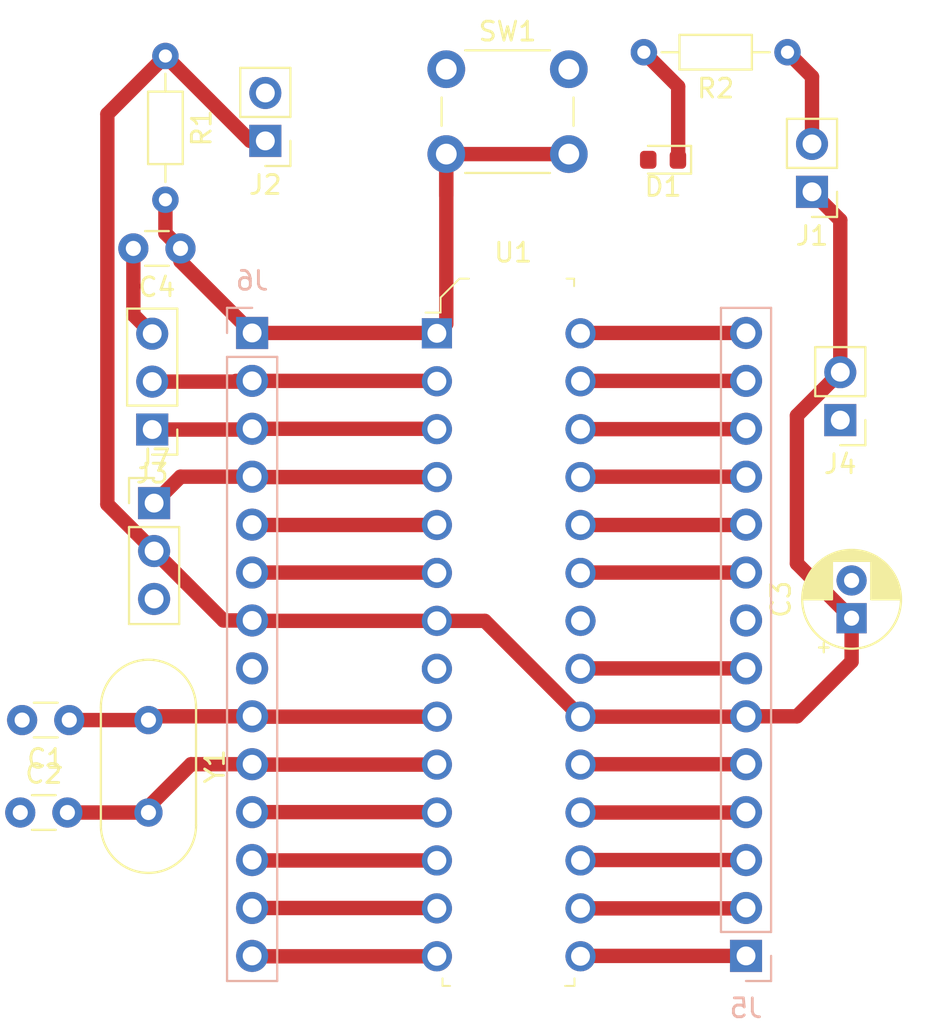
<source format=kicad_pcb>
(kicad_pcb (version 20171130) (host pcbnew "(5.1.6-0-10_14)")

  (general
    (thickness 1.6)
    (drawings 0)
    (tracks 99)
    (zones 0)
    (modules 17)
    (nets 30)
  )

  (page A4)
  (layers
    (0 F.Cu signal)
    (31 B.Cu signal)
    (32 B.Adhes user)
    (33 F.Adhes user)
    (34 B.Paste user)
    (35 F.Paste user)
    (36 B.SilkS user)
    (37 F.SilkS user)
    (38 B.Mask user)
    (39 F.Mask user)
    (40 Dwgs.User user)
    (41 Cmts.User user)
    (42 Eco1.User user)
    (43 Eco2.User user)
    (44 Edge.Cuts user)
    (45 Margin user)
    (46 B.CrtYd user)
    (47 F.CrtYd user)
    (48 B.Fab user)
    (49 F.Fab user)
  )

  (setup
    (last_trace_width 0.762)
    (user_trace_width 0.381)
    (user_trace_width 0.762)
    (trace_clearance 0.2)
    (zone_clearance 0.508)
    (zone_45_only no)
    (trace_min 0.2)
    (via_size 0.8)
    (via_drill 0.4)
    (via_min_size 0.4)
    (via_min_drill 0.3)
    (uvia_size 0.3)
    (uvia_drill 0.1)
    (uvias_allowed no)
    (uvia_min_size 0.2)
    (uvia_min_drill 0.1)
    (edge_width 0.05)
    (segment_width 0.2)
    (pcb_text_width 0.3)
    (pcb_text_size 1.5 1.5)
    (mod_edge_width 0.12)
    (mod_text_size 1 1)
    (mod_text_width 0.15)
    (pad_size 1.524 1.524)
    (pad_drill 0.762)
    (pad_to_mask_clearance 0.05)
    (aux_axis_origin 0 0)
    (visible_elements FFFFFF7F)
    (pcbplotparams
      (layerselection 0x010fc_ffffffff)
      (usegerberextensions false)
      (usegerberattributes true)
      (usegerberadvancedattributes true)
      (creategerberjobfile true)
      (excludeedgelayer true)
      (linewidth 0.100000)
      (plotframeref false)
      (viasonmask false)
      (mode 1)
      (useauxorigin false)
      (hpglpennumber 1)
      (hpglpenspeed 20)
      (hpglpendiameter 15.000000)
      (psnegative false)
      (psa4output false)
      (plotreference true)
      (plotvalue true)
      (plotinvisibletext false)
      (padsonsilk false)
      (subtractmaskfromsilk false)
      (outputformat 1)
      (mirror false)
      (drillshape 1)
      (scaleselection 1)
      (outputdirectory ""))
  )

  (net 0 "")
  (net 1 GND)
  (net 2 "Net-(C1-Pad1)")
  (net 3 "Net-(C2-Pad2)")
  (net 4 VCC)
  (net 5 "Net-(C4-Pad2)")
  (net 6 "Net-(C4-Pad1)")
  (net 7 "Net-(D1-Pad1)")
  (net 8 "Net-(J1-Pad2)")
  (net 9 "Net-(J3-Pad2)")
  (net 10 "Net-(J3-Pad1)")
  (net 11 "Net-(J5-Pad14)")
  (net 12 "Net-(J5-Pad13)")
  (net 13 "Net-(J5-Pad12)")
  (net 14 "Net-(J5-Pad11)")
  (net 15 "Net-(J5-Pad10)")
  (net 16 "Net-(J5-Pad9)")
  (net 17 "Net-(J5-Pad7)")
  (net 18 "Net-(J5-Pad5)")
  (net 19 "Net-(J5-Pad4)")
  (net 20 "Net-(J5-Pad3)")
  (net 21 "Net-(J5-Pad2)")
  (net 22 "Net-(J5-Pad1)")
  (net 23 "Net-(J6-Pad14)")
  (net 24 "Net-(J6-Pad13)")
  (net 25 "Net-(J6-Pad12)")
  (net 26 "Net-(J6-Pad11)")
  (net 27 "Net-(J6-Pad6)")
  (net 28 "Net-(J6-Pad5)")
  (net 29 "Net-(J6-Pad4)")

  (net_class Default "This is the default net class."
    (clearance 0.2)
    (trace_width 0.25)
    (via_dia 0.8)
    (via_drill 0.4)
    (uvia_dia 0.3)
    (uvia_drill 0.1)
    (add_net GND)
    (add_net "Net-(C1-Pad1)")
    (add_net "Net-(C2-Pad2)")
    (add_net "Net-(C4-Pad1)")
    (add_net "Net-(C4-Pad2)")
    (add_net "Net-(D1-Pad1)")
    (add_net "Net-(J1-Pad2)")
    (add_net "Net-(J3-Pad1)")
    (add_net "Net-(J3-Pad2)")
    (add_net "Net-(J5-Pad1)")
    (add_net "Net-(J5-Pad10)")
    (add_net "Net-(J5-Pad11)")
    (add_net "Net-(J5-Pad12)")
    (add_net "Net-(J5-Pad13)")
    (add_net "Net-(J5-Pad14)")
    (add_net "Net-(J5-Pad2)")
    (add_net "Net-(J5-Pad3)")
    (add_net "Net-(J5-Pad4)")
    (add_net "Net-(J5-Pad5)")
    (add_net "Net-(J5-Pad7)")
    (add_net "Net-(J5-Pad9)")
    (add_net "Net-(J6-Pad11)")
    (add_net "Net-(J6-Pad12)")
    (add_net "Net-(J6-Pad13)")
    (add_net "Net-(J6-Pad14)")
    (add_net "Net-(J6-Pad4)")
    (add_net "Net-(J6-Pad5)")
    (add_net "Net-(J6-Pad6)")
    (add_net VCC)
  )

  (module LED_SMD:LED_0603_1608Metric (layer F.Cu) (tedit 5B301BBE) (tstamp 5F5FE551)
    (at 12 -9.2 180)
    (descr "LED SMD 0603 (1608 Metric), square (rectangular) end terminal, IPC_7351 nominal, (Body size source: http://www.tortai-tech.com/upload/download/2011102023233369053.pdf), generated with kicad-footprint-generator")
    (tags diode)
    (path /5F575CC1)
    (attr smd)
    (fp_text reference D1 (at 0 -1.43) (layer F.SilkS)
      (effects (font (size 1 1) (thickness 0.15)))
    )
    (fp_text value LED (at 0 1.43) (layer F.Fab)
      (effects (font (size 1 1) (thickness 0.15)))
    )
    (fp_text user %R (at 0 0) (layer F.Fab)
      (effects (font (size 0.4 0.4) (thickness 0.06)))
    )
    (fp_line (start 0.8 -0.4) (end -0.5 -0.4) (layer F.Fab) (width 0.1))
    (fp_line (start -0.5 -0.4) (end -0.8 -0.1) (layer F.Fab) (width 0.1))
    (fp_line (start -0.8 -0.1) (end -0.8 0.4) (layer F.Fab) (width 0.1))
    (fp_line (start -0.8 0.4) (end 0.8 0.4) (layer F.Fab) (width 0.1))
    (fp_line (start 0.8 0.4) (end 0.8 -0.4) (layer F.Fab) (width 0.1))
    (fp_line (start 0.8 -0.735) (end -1.485 -0.735) (layer F.SilkS) (width 0.12))
    (fp_line (start -1.485 -0.735) (end -1.485 0.735) (layer F.SilkS) (width 0.12))
    (fp_line (start -1.485 0.735) (end 0.8 0.735) (layer F.SilkS) (width 0.12))
    (fp_line (start -1.48 0.73) (end -1.48 -0.73) (layer F.CrtYd) (width 0.05))
    (fp_line (start -1.48 -0.73) (end 1.48 -0.73) (layer F.CrtYd) (width 0.05))
    (fp_line (start 1.48 -0.73) (end 1.48 0.73) (layer F.CrtYd) (width 0.05))
    (fp_line (start 1.48 0.73) (end -1.48 0.73) (layer F.CrtYd) (width 0.05))
    (pad 2 smd roundrect (at 0.7875 0 180) (size 0.875 0.95) (layers F.Cu F.Paste F.Mask) (roundrect_rratio 0.25)
      (net 1 GND))
    (pad 1 smd roundrect (at -0.7875 0 180) (size 0.875 0.95) (layers F.Cu F.Paste F.Mask) (roundrect_rratio 0.25)
      (net 7 "Net-(D1-Pad1)"))
    (model ${KISYS3DMOD}/LED_SMD.3dshapes/LED_0603_1608Metric.wrl
      (at (xyz 0 0 0))
      (scale (xyz 1 1 1))
      (rotate (xyz 0 0 0))
    )
  )

  (module Connector_PinHeader_2.54mm:PinHeader_1x03_P2.54mm_Vertical (layer F.Cu) (tedit 59FED5CC) (tstamp 5F61100F)
    (at -15 9)
    (descr "Through hole straight pin header, 1x03, 2.54mm pitch, single row")
    (tags "Through hole pin header THT 1x03 2.54mm single row")
    (path /5F766E81)
    (fp_text reference J7 (at 0 -2.33) (layer F.SilkS)
      (effects (font (size 1 1) (thickness 0.15)))
    )
    (fp_text value 640456-3 (at 0 7.41) (layer F.Fab)
      (effects (font (size 1 1) (thickness 0.15)))
    )
    (fp_line (start -0.635 -1.27) (end 1.27 -1.27) (layer F.Fab) (width 0.1))
    (fp_line (start 1.27 -1.27) (end 1.27 6.35) (layer F.Fab) (width 0.1))
    (fp_line (start 1.27 6.35) (end -1.27 6.35) (layer F.Fab) (width 0.1))
    (fp_line (start -1.27 6.35) (end -1.27 -0.635) (layer F.Fab) (width 0.1))
    (fp_line (start -1.27 -0.635) (end -0.635 -1.27) (layer F.Fab) (width 0.1))
    (fp_line (start -1.33 6.41) (end 1.33 6.41) (layer F.SilkS) (width 0.12))
    (fp_line (start -1.33 1.27) (end -1.33 6.41) (layer F.SilkS) (width 0.12))
    (fp_line (start 1.33 1.27) (end 1.33 6.41) (layer F.SilkS) (width 0.12))
    (fp_line (start -1.33 1.27) (end 1.33 1.27) (layer F.SilkS) (width 0.12))
    (fp_line (start -1.33 0) (end -1.33 -1.33) (layer F.SilkS) (width 0.12))
    (fp_line (start -1.33 -1.33) (end 0 -1.33) (layer F.SilkS) (width 0.12))
    (fp_line (start -1.8 -1.8) (end -1.8 6.85) (layer F.CrtYd) (width 0.05))
    (fp_line (start -1.8 6.85) (end 1.8 6.85) (layer F.CrtYd) (width 0.05))
    (fp_line (start 1.8 6.85) (end 1.8 -1.8) (layer F.CrtYd) (width 0.05))
    (fp_line (start 1.8 -1.8) (end -1.8 -1.8) (layer F.CrtYd) (width 0.05))
    (fp_text user %R (at 0 2.54 90) (layer F.Fab)
      (effects (font (size 1 1) (thickness 0.15)))
    )
    (pad 3 thru_hole oval (at 0 5.08) (size 1.7 1.7) (drill 1) (layers *.Cu *.Mask)
      (net 1 GND))
    (pad 2 thru_hole oval (at 0 2.54) (size 1.7 1.7) (drill 1) (layers *.Cu *.Mask)
      (net 4 VCC))
    (pad 1 thru_hole rect (at 0 0) (size 1.7 1.7) (drill 1) (layers *.Cu *.Mask)
      (net 29 "Net-(J6-Pad4)"))
    (model ${KISYS3DMOD}/Connector_PinHeader_2.54mm.3dshapes/PinHeader_1x03_P2.54mm_Vertical.wrl
      (at (xyz 0 0 0))
      (scale (xyz 1 1 1))
      (rotate (xyz 0 0 0))
    )
  )

  (module Crystal:Crystal_HC18-U_Vertical (layer F.Cu) (tedit 5A1AD3B7) (tstamp 5F5FE6E9)
    (at -15.3 20.5 270)
    (descr "Crystal THT HC-18/U, http://5hertz.com/pdfs/04404_D.pdf")
    (tags "THT crystalHC-18/U")
    (path /5F54D9F2)
    (fp_text reference Y1 (at 2.45 -3.525 90) (layer F.SilkS)
      (effects (font (size 1 1) (thickness 0.15)))
    )
    (fp_text value Crystal (at 2.45 3.525 90) (layer F.Fab)
      (effects (font (size 1 1) (thickness 0.15)))
    )
    (fp_line (start -0.675 -2.325) (end 5.575 -2.325) (layer F.Fab) (width 0.1))
    (fp_line (start -0.675 2.325) (end 5.575 2.325) (layer F.Fab) (width 0.1))
    (fp_line (start -0.55 -2) (end 5.45 -2) (layer F.Fab) (width 0.1))
    (fp_line (start -0.55 2) (end 5.45 2) (layer F.Fab) (width 0.1))
    (fp_line (start -0.675 -2.525) (end 5.575 -2.525) (layer F.SilkS) (width 0.12))
    (fp_line (start -0.675 2.525) (end 5.575 2.525) (layer F.SilkS) (width 0.12))
    (fp_line (start -3.5 -2.8) (end -3.5 2.8) (layer F.CrtYd) (width 0.05))
    (fp_line (start -3.5 2.8) (end 8.4 2.8) (layer F.CrtYd) (width 0.05))
    (fp_line (start 8.4 2.8) (end 8.4 -2.8) (layer F.CrtYd) (width 0.05))
    (fp_line (start 8.4 -2.8) (end -3.5 -2.8) (layer F.CrtYd) (width 0.05))
    (fp_arc (start 5.575 0) (end 5.575 -2.525) (angle 180) (layer F.SilkS) (width 0.12))
    (fp_arc (start -0.675 0) (end -0.675 -2.525) (angle -180) (layer F.SilkS) (width 0.12))
    (fp_arc (start 5.45 0) (end 5.45 -2) (angle 180) (layer F.Fab) (width 0.1))
    (fp_arc (start -0.55 0) (end -0.55 -2) (angle -180) (layer F.Fab) (width 0.1))
    (fp_arc (start 5.575 0) (end 5.575 -2.325) (angle 180) (layer F.Fab) (width 0.1))
    (fp_arc (start -0.675 0) (end -0.675 -2.325) (angle -180) (layer F.Fab) (width 0.1))
    (fp_text user %R (at 2.45 0 90) (layer F.Fab)
      (effects (font (size 1 1) (thickness 0.15)))
    )
    (pad 2 thru_hole circle (at 4.9 0 270) (size 1.5 1.5) (drill 0.8) (layers *.Cu *.Mask)
      (net 3 "Net-(C2-Pad2)"))
    (pad 1 thru_hole circle (at 0 0 270) (size 1.5 1.5) (drill 0.8) (layers *.Cu *.Mask)
      (net 2 "Net-(C1-Pad1)"))
    (model ${KISYS3DMOD}/Crystal.3dshapes/Crystal_HC18-U_Vertical.wrl
      (at (xyz 0 0 0))
      (scale (xyz 1 1 1))
      (rotate (xyz 0 0 0))
    )
  )

  (module Connector_PinSocket_2.54mm:PinSocket_1x14_P2.54mm_Vertical (layer B.Cu) (tedit 5A19A434) (tstamp 5F5FE5EE)
    (at -9.8 -0.02 180)
    (descr "Through hole straight socket strip, 1x14, 2.54mm pitch, single row (from Kicad 4.0.7), script generated")
    (tags "Through hole socket strip THT 1x14 2.54mm single row")
    (path /5F626AAB)
    (fp_text reference J6 (at 0 2.77) (layer B.SilkS)
      (effects (font (size 1 1) (thickness 0.15)) (justify mirror))
    )
    (fp_text value Conn_01x14_Male (at 0 -35.79) (layer B.Fab)
      (effects (font (size 1 1) (thickness 0.15)) (justify mirror))
    )
    (fp_line (start -1.27 1.27) (end 0.635 1.27) (layer B.Fab) (width 0.1))
    (fp_line (start 0.635 1.27) (end 1.27 0.635) (layer B.Fab) (width 0.1))
    (fp_line (start 1.27 0.635) (end 1.27 -34.29) (layer B.Fab) (width 0.1))
    (fp_line (start 1.27 -34.29) (end -1.27 -34.29) (layer B.Fab) (width 0.1))
    (fp_line (start -1.27 -34.29) (end -1.27 1.27) (layer B.Fab) (width 0.1))
    (fp_line (start -1.33 -1.27) (end 1.33 -1.27) (layer B.SilkS) (width 0.12))
    (fp_line (start -1.33 -1.27) (end -1.33 -34.35) (layer B.SilkS) (width 0.12))
    (fp_line (start -1.33 -34.35) (end 1.33 -34.35) (layer B.SilkS) (width 0.12))
    (fp_line (start 1.33 -1.27) (end 1.33 -34.35) (layer B.SilkS) (width 0.12))
    (fp_line (start 1.33 1.33) (end 1.33 0) (layer B.SilkS) (width 0.12))
    (fp_line (start 0 1.33) (end 1.33 1.33) (layer B.SilkS) (width 0.12))
    (fp_line (start -1.8 1.8) (end 1.75 1.8) (layer B.CrtYd) (width 0.05))
    (fp_line (start 1.75 1.8) (end 1.75 -34.8) (layer B.CrtYd) (width 0.05))
    (fp_line (start 1.75 -34.8) (end -1.8 -34.8) (layer B.CrtYd) (width 0.05))
    (fp_line (start -1.8 -34.8) (end -1.8 1.8) (layer B.CrtYd) (width 0.05))
    (fp_text user %R (at 0 -16.51 180) (layer B.Fab)
      (effects (font (size 1 1) (thickness 0.15)) (justify mirror))
    )
    (pad 14 thru_hole oval (at 0 -33.02 180) (size 1.7 1.7) (drill 1) (layers *.Cu *.Mask)
      (net 23 "Net-(J6-Pad14)"))
    (pad 13 thru_hole oval (at 0 -30.48 180) (size 1.7 1.7) (drill 1) (layers *.Cu *.Mask)
      (net 24 "Net-(J6-Pad13)"))
    (pad 12 thru_hole oval (at 0 -27.94 180) (size 1.7 1.7) (drill 1) (layers *.Cu *.Mask)
      (net 25 "Net-(J6-Pad12)"))
    (pad 11 thru_hole oval (at 0 -25.4 180) (size 1.7 1.7) (drill 1) (layers *.Cu *.Mask)
      (net 26 "Net-(J6-Pad11)"))
    (pad 10 thru_hole oval (at 0 -22.86 180) (size 1.7 1.7) (drill 1) (layers *.Cu *.Mask)
      (net 3 "Net-(C2-Pad2)"))
    (pad 9 thru_hole oval (at 0 -20.32 180) (size 1.7 1.7) (drill 1) (layers *.Cu *.Mask)
      (net 2 "Net-(C1-Pad1)"))
    (pad 8 thru_hole oval (at 0 -17.78 180) (size 1.7 1.7) (drill 1) (layers *.Cu *.Mask)
      (net 1 GND))
    (pad 7 thru_hole oval (at 0 -15.24 180) (size 1.7 1.7) (drill 1) (layers *.Cu *.Mask)
      (net 4 VCC))
    (pad 6 thru_hole oval (at 0 -12.7 180) (size 1.7 1.7) (drill 1) (layers *.Cu *.Mask)
      (net 27 "Net-(J6-Pad6)"))
    (pad 5 thru_hole oval (at 0 -10.16 180) (size 1.7 1.7) (drill 1) (layers *.Cu *.Mask)
      (net 28 "Net-(J6-Pad5)"))
    (pad 4 thru_hole oval (at 0 -7.62 180) (size 1.7 1.7) (drill 1) (layers *.Cu *.Mask)
      (net 29 "Net-(J6-Pad4)"))
    (pad 3 thru_hole oval (at 0 -5.08 180) (size 1.7 1.7) (drill 1) (layers *.Cu *.Mask)
      (net 10 "Net-(J3-Pad1)"))
    (pad 2 thru_hole oval (at 0 -2.54 180) (size 1.7 1.7) (drill 1) (layers *.Cu *.Mask)
      (net 9 "Net-(J3-Pad2)"))
    (pad 1 thru_hole rect (at 0 0 180) (size 1.7 1.7) (drill 1) (layers *.Cu *.Mask)
      (net 6 "Net-(C4-Pad1)"))
    (model ${KISYS3DMOD}/Connector_PinSocket_2.54mm.3dshapes/PinSocket_1x14_P2.54mm_Vertical.wrl
      (at (xyz 0 0 0))
      (scale (xyz 1 1 1))
      (rotate (xyz 0 0 0))
    )
  )

  (module Capacitor_THT:CP_Radial_D5.0mm_P2.00mm (layer F.Cu) (tedit 5AE50EF0) (tstamp 5F5FE4AA)
    (at 22 15.1 90)
    (descr "CP, Radial series, Radial, pin pitch=2.00mm, , diameter=5mm, Electrolytic Capacitor")
    (tags "CP Radial series Radial pin pitch 2.00mm  diameter 5mm Electrolytic Capacitor")
    (path /5F54DBCB)
    (fp_text reference C3 (at 1 -3.75 90) (layer F.SilkS)
      (effects (font (size 1 1) (thickness 0.15)))
    )
    (fp_text value CP (at 1 3.75 90) (layer F.Fab)
      (effects (font (size 1 1) (thickness 0.15)))
    )
    (fp_circle (center 1 0) (end 3.5 0) (layer F.Fab) (width 0.1))
    (fp_circle (center 1 0) (end 3.62 0) (layer F.SilkS) (width 0.12))
    (fp_circle (center 1 0) (end 3.75 0) (layer F.CrtYd) (width 0.05))
    (fp_line (start -1.133605 -1.0875) (end -0.633605 -1.0875) (layer F.Fab) (width 0.1))
    (fp_line (start -0.883605 -1.3375) (end -0.883605 -0.8375) (layer F.Fab) (width 0.1))
    (fp_line (start 1 1.04) (end 1 2.58) (layer F.SilkS) (width 0.12))
    (fp_line (start 1 -2.58) (end 1 -1.04) (layer F.SilkS) (width 0.12))
    (fp_line (start 1.04 1.04) (end 1.04 2.58) (layer F.SilkS) (width 0.12))
    (fp_line (start 1.04 -2.58) (end 1.04 -1.04) (layer F.SilkS) (width 0.12))
    (fp_line (start 1.08 -2.579) (end 1.08 -1.04) (layer F.SilkS) (width 0.12))
    (fp_line (start 1.08 1.04) (end 1.08 2.579) (layer F.SilkS) (width 0.12))
    (fp_line (start 1.12 -2.578) (end 1.12 -1.04) (layer F.SilkS) (width 0.12))
    (fp_line (start 1.12 1.04) (end 1.12 2.578) (layer F.SilkS) (width 0.12))
    (fp_line (start 1.16 -2.576) (end 1.16 -1.04) (layer F.SilkS) (width 0.12))
    (fp_line (start 1.16 1.04) (end 1.16 2.576) (layer F.SilkS) (width 0.12))
    (fp_line (start 1.2 -2.573) (end 1.2 -1.04) (layer F.SilkS) (width 0.12))
    (fp_line (start 1.2 1.04) (end 1.2 2.573) (layer F.SilkS) (width 0.12))
    (fp_line (start 1.24 -2.569) (end 1.24 -1.04) (layer F.SilkS) (width 0.12))
    (fp_line (start 1.24 1.04) (end 1.24 2.569) (layer F.SilkS) (width 0.12))
    (fp_line (start 1.28 -2.565) (end 1.28 -1.04) (layer F.SilkS) (width 0.12))
    (fp_line (start 1.28 1.04) (end 1.28 2.565) (layer F.SilkS) (width 0.12))
    (fp_line (start 1.32 -2.561) (end 1.32 -1.04) (layer F.SilkS) (width 0.12))
    (fp_line (start 1.32 1.04) (end 1.32 2.561) (layer F.SilkS) (width 0.12))
    (fp_line (start 1.36 -2.556) (end 1.36 -1.04) (layer F.SilkS) (width 0.12))
    (fp_line (start 1.36 1.04) (end 1.36 2.556) (layer F.SilkS) (width 0.12))
    (fp_line (start 1.4 -2.55) (end 1.4 -1.04) (layer F.SilkS) (width 0.12))
    (fp_line (start 1.4 1.04) (end 1.4 2.55) (layer F.SilkS) (width 0.12))
    (fp_line (start 1.44 -2.543) (end 1.44 -1.04) (layer F.SilkS) (width 0.12))
    (fp_line (start 1.44 1.04) (end 1.44 2.543) (layer F.SilkS) (width 0.12))
    (fp_line (start 1.48 -2.536) (end 1.48 -1.04) (layer F.SilkS) (width 0.12))
    (fp_line (start 1.48 1.04) (end 1.48 2.536) (layer F.SilkS) (width 0.12))
    (fp_line (start 1.52 -2.528) (end 1.52 -1.04) (layer F.SilkS) (width 0.12))
    (fp_line (start 1.52 1.04) (end 1.52 2.528) (layer F.SilkS) (width 0.12))
    (fp_line (start 1.56 -2.52) (end 1.56 -1.04) (layer F.SilkS) (width 0.12))
    (fp_line (start 1.56 1.04) (end 1.56 2.52) (layer F.SilkS) (width 0.12))
    (fp_line (start 1.6 -2.511) (end 1.6 -1.04) (layer F.SilkS) (width 0.12))
    (fp_line (start 1.6 1.04) (end 1.6 2.511) (layer F.SilkS) (width 0.12))
    (fp_line (start 1.64 -2.501) (end 1.64 -1.04) (layer F.SilkS) (width 0.12))
    (fp_line (start 1.64 1.04) (end 1.64 2.501) (layer F.SilkS) (width 0.12))
    (fp_line (start 1.68 -2.491) (end 1.68 -1.04) (layer F.SilkS) (width 0.12))
    (fp_line (start 1.68 1.04) (end 1.68 2.491) (layer F.SilkS) (width 0.12))
    (fp_line (start 1.721 -2.48) (end 1.721 -1.04) (layer F.SilkS) (width 0.12))
    (fp_line (start 1.721 1.04) (end 1.721 2.48) (layer F.SilkS) (width 0.12))
    (fp_line (start 1.761 -2.468) (end 1.761 -1.04) (layer F.SilkS) (width 0.12))
    (fp_line (start 1.761 1.04) (end 1.761 2.468) (layer F.SilkS) (width 0.12))
    (fp_line (start 1.801 -2.455) (end 1.801 -1.04) (layer F.SilkS) (width 0.12))
    (fp_line (start 1.801 1.04) (end 1.801 2.455) (layer F.SilkS) (width 0.12))
    (fp_line (start 1.841 -2.442) (end 1.841 -1.04) (layer F.SilkS) (width 0.12))
    (fp_line (start 1.841 1.04) (end 1.841 2.442) (layer F.SilkS) (width 0.12))
    (fp_line (start 1.881 -2.428) (end 1.881 -1.04) (layer F.SilkS) (width 0.12))
    (fp_line (start 1.881 1.04) (end 1.881 2.428) (layer F.SilkS) (width 0.12))
    (fp_line (start 1.921 -2.414) (end 1.921 -1.04) (layer F.SilkS) (width 0.12))
    (fp_line (start 1.921 1.04) (end 1.921 2.414) (layer F.SilkS) (width 0.12))
    (fp_line (start 1.961 -2.398) (end 1.961 -1.04) (layer F.SilkS) (width 0.12))
    (fp_line (start 1.961 1.04) (end 1.961 2.398) (layer F.SilkS) (width 0.12))
    (fp_line (start 2.001 -2.382) (end 2.001 -1.04) (layer F.SilkS) (width 0.12))
    (fp_line (start 2.001 1.04) (end 2.001 2.382) (layer F.SilkS) (width 0.12))
    (fp_line (start 2.041 -2.365) (end 2.041 -1.04) (layer F.SilkS) (width 0.12))
    (fp_line (start 2.041 1.04) (end 2.041 2.365) (layer F.SilkS) (width 0.12))
    (fp_line (start 2.081 -2.348) (end 2.081 -1.04) (layer F.SilkS) (width 0.12))
    (fp_line (start 2.081 1.04) (end 2.081 2.348) (layer F.SilkS) (width 0.12))
    (fp_line (start 2.121 -2.329) (end 2.121 -1.04) (layer F.SilkS) (width 0.12))
    (fp_line (start 2.121 1.04) (end 2.121 2.329) (layer F.SilkS) (width 0.12))
    (fp_line (start 2.161 -2.31) (end 2.161 -1.04) (layer F.SilkS) (width 0.12))
    (fp_line (start 2.161 1.04) (end 2.161 2.31) (layer F.SilkS) (width 0.12))
    (fp_line (start 2.201 -2.29) (end 2.201 -1.04) (layer F.SilkS) (width 0.12))
    (fp_line (start 2.201 1.04) (end 2.201 2.29) (layer F.SilkS) (width 0.12))
    (fp_line (start 2.241 -2.268) (end 2.241 -1.04) (layer F.SilkS) (width 0.12))
    (fp_line (start 2.241 1.04) (end 2.241 2.268) (layer F.SilkS) (width 0.12))
    (fp_line (start 2.281 -2.247) (end 2.281 -1.04) (layer F.SilkS) (width 0.12))
    (fp_line (start 2.281 1.04) (end 2.281 2.247) (layer F.SilkS) (width 0.12))
    (fp_line (start 2.321 -2.224) (end 2.321 -1.04) (layer F.SilkS) (width 0.12))
    (fp_line (start 2.321 1.04) (end 2.321 2.224) (layer F.SilkS) (width 0.12))
    (fp_line (start 2.361 -2.2) (end 2.361 -1.04) (layer F.SilkS) (width 0.12))
    (fp_line (start 2.361 1.04) (end 2.361 2.2) (layer F.SilkS) (width 0.12))
    (fp_line (start 2.401 -2.175) (end 2.401 -1.04) (layer F.SilkS) (width 0.12))
    (fp_line (start 2.401 1.04) (end 2.401 2.175) (layer F.SilkS) (width 0.12))
    (fp_line (start 2.441 -2.149) (end 2.441 -1.04) (layer F.SilkS) (width 0.12))
    (fp_line (start 2.441 1.04) (end 2.441 2.149) (layer F.SilkS) (width 0.12))
    (fp_line (start 2.481 -2.122) (end 2.481 -1.04) (layer F.SilkS) (width 0.12))
    (fp_line (start 2.481 1.04) (end 2.481 2.122) (layer F.SilkS) (width 0.12))
    (fp_line (start 2.521 -2.095) (end 2.521 -1.04) (layer F.SilkS) (width 0.12))
    (fp_line (start 2.521 1.04) (end 2.521 2.095) (layer F.SilkS) (width 0.12))
    (fp_line (start 2.561 -2.065) (end 2.561 -1.04) (layer F.SilkS) (width 0.12))
    (fp_line (start 2.561 1.04) (end 2.561 2.065) (layer F.SilkS) (width 0.12))
    (fp_line (start 2.601 -2.035) (end 2.601 -1.04) (layer F.SilkS) (width 0.12))
    (fp_line (start 2.601 1.04) (end 2.601 2.035) (layer F.SilkS) (width 0.12))
    (fp_line (start 2.641 -2.004) (end 2.641 -1.04) (layer F.SilkS) (width 0.12))
    (fp_line (start 2.641 1.04) (end 2.641 2.004) (layer F.SilkS) (width 0.12))
    (fp_line (start 2.681 -1.971) (end 2.681 -1.04) (layer F.SilkS) (width 0.12))
    (fp_line (start 2.681 1.04) (end 2.681 1.971) (layer F.SilkS) (width 0.12))
    (fp_line (start 2.721 -1.937) (end 2.721 -1.04) (layer F.SilkS) (width 0.12))
    (fp_line (start 2.721 1.04) (end 2.721 1.937) (layer F.SilkS) (width 0.12))
    (fp_line (start 2.761 -1.901) (end 2.761 -1.04) (layer F.SilkS) (width 0.12))
    (fp_line (start 2.761 1.04) (end 2.761 1.901) (layer F.SilkS) (width 0.12))
    (fp_line (start 2.801 -1.864) (end 2.801 -1.04) (layer F.SilkS) (width 0.12))
    (fp_line (start 2.801 1.04) (end 2.801 1.864) (layer F.SilkS) (width 0.12))
    (fp_line (start 2.841 -1.826) (end 2.841 -1.04) (layer F.SilkS) (width 0.12))
    (fp_line (start 2.841 1.04) (end 2.841 1.826) (layer F.SilkS) (width 0.12))
    (fp_line (start 2.881 -1.785) (end 2.881 -1.04) (layer F.SilkS) (width 0.12))
    (fp_line (start 2.881 1.04) (end 2.881 1.785) (layer F.SilkS) (width 0.12))
    (fp_line (start 2.921 -1.743) (end 2.921 -1.04) (layer F.SilkS) (width 0.12))
    (fp_line (start 2.921 1.04) (end 2.921 1.743) (layer F.SilkS) (width 0.12))
    (fp_line (start 2.961 -1.699) (end 2.961 -1.04) (layer F.SilkS) (width 0.12))
    (fp_line (start 2.961 1.04) (end 2.961 1.699) (layer F.SilkS) (width 0.12))
    (fp_line (start 3.001 -1.653) (end 3.001 -1.04) (layer F.SilkS) (width 0.12))
    (fp_line (start 3.001 1.04) (end 3.001 1.653) (layer F.SilkS) (width 0.12))
    (fp_line (start 3.041 -1.605) (end 3.041 1.605) (layer F.SilkS) (width 0.12))
    (fp_line (start 3.081 -1.554) (end 3.081 1.554) (layer F.SilkS) (width 0.12))
    (fp_line (start 3.121 -1.5) (end 3.121 1.5) (layer F.SilkS) (width 0.12))
    (fp_line (start 3.161 -1.443) (end 3.161 1.443) (layer F.SilkS) (width 0.12))
    (fp_line (start 3.201 -1.383) (end 3.201 1.383) (layer F.SilkS) (width 0.12))
    (fp_line (start 3.241 -1.319) (end 3.241 1.319) (layer F.SilkS) (width 0.12))
    (fp_line (start 3.281 -1.251) (end 3.281 1.251) (layer F.SilkS) (width 0.12))
    (fp_line (start 3.321 -1.178) (end 3.321 1.178) (layer F.SilkS) (width 0.12))
    (fp_line (start 3.361 -1.098) (end 3.361 1.098) (layer F.SilkS) (width 0.12))
    (fp_line (start 3.401 -1.011) (end 3.401 1.011) (layer F.SilkS) (width 0.12))
    (fp_line (start 3.441 -0.915) (end 3.441 0.915) (layer F.SilkS) (width 0.12))
    (fp_line (start 3.481 -0.805) (end 3.481 0.805) (layer F.SilkS) (width 0.12))
    (fp_line (start 3.521 -0.677) (end 3.521 0.677) (layer F.SilkS) (width 0.12))
    (fp_line (start 3.561 -0.518) (end 3.561 0.518) (layer F.SilkS) (width 0.12))
    (fp_line (start 3.601 -0.284) (end 3.601 0.284) (layer F.SilkS) (width 0.12))
    (fp_line (start -1.804775 -1.475) (end -1.304775 -1.475) (layer F.SilkS) (width 0.12))
    (fp_line (start -1.554775 -1.725) (end -1.554775 -1.225) (layer F.SilkS) (width 0.12))
    (fp_text user %R (at 1 0 90) (layer F.Fab)
      (effects (font (size 1 1) (thickness 0.15)))
    )
    (pad 2 thru_hole circle (at 2 0 90) (size 1.6 1.6) (drill 0.8) (layers *.Cu *.Mask)
      (net 1 GND))
    (pad 1 thru_hole rect (at 0 0 90) (size 1.6 1.6) (drill 0.8) (layers *.Cu *.Mask)
      (net 4 VCC))
    (model ${KISYS3DMOD}/Capacitor_THT.3dshapes/CP_Radial_D5.0mm_P2.00mm.wrl
      (at (xyz 0 0 0))
      (scale (xyz 1 1 1))
      (rotate (xyz 0 0 0))
    )
  )

  (module digikey-footprints:DIP-28_W7.62mm (layer F.Cu) (tedit 59C2773E) (tstamp 5F5FE6B3)
    (at 0 0)
    (descr http://www.digikey.com/products/en?formaction=on&lang=en&site=us&KeyWords=296-1956-5-ND)
    (path /5F542C96)
    (fp_text reference U1 (at 4.05 -4.28) (layer F.SilkS)
      (effects (font (size 1 1) (thickness 0.15)))
    )
    (fp_text value ATMEGA328-PU (at 3.76 35.65) (layer F.Fab)
      (effects (font (size 1 1) (thickness 0.15)))
    )
    (fp_line (start 7.3 34.19) (end 7.3 34.59) (layer F.SilkS) (width 0.1))
    (fp_line (start 7.3 34.59) (end 6.8 34.59) (layer F.SilkS) (width 0.1))
    (fp_line (start 0.3 34.19) (end 0.3 34.59) (layer F.SilkS) (width 0.1))
    (fp_line (start 0.3 34.59) (end 0.7 34.59) (layer F.SilkS) (width 0.1))
    (fp_line (start -1.05 34.65) (end 8.68 34.65) (layer F.CrtYd) (width 0.05))
    (fp_line (start -1.05 -2.94) (end 8.67 -2.94) (layer F.CrtYd) (width 0.05))
    (fp_line (start 8.67 -2.94) (end 8.68 34.65) (layer F.CrtYd) (width 0.05))
    (fp_line (start -1.05 -2.94) (end -1.05 34.65) (layer F.CrtYd) (width 0.05))
    (fp_line (start 0.2 -1.1) (end -0.6 -1.1) (layer F.SilkS) (width 0.1))
    (fp_line (start 1.7 -2.9) (end 1.2 -2.9) (layer F.SilkS) (width 0.1))
    (fp_line (start 1.2 -2.9) (end 0.2 -1.9) (layer F.SilkS) (width 0.1))
    (fp_line (start 0.2 -1.9) (end 0.2 -1.1) (layer F.SilkS) (width 0.1))
    (fp_line (start 0.48 34.4) (end 7.08 34.4) (layer F.Fab) (width 0.1))
    (fp_line (start 7.28 -2.5) (end 7.28 -2.9) (layer F.SilkS) (width 0.1))
    (fp_line (start 7.28 -2.9) (end 6.88 -2.9) (layer F.SilkS) (width 0.1))
    (fp_line (start 0.48 -1.79) (end 0.48 34.4) (layer F.Fab) (width 0.1))
    (fp_line (start 1.38 -2.69) (end 7.08 -2.69) (layer F.Fab) (width 0.1))
    (fp_line (start 0.48 -1.79) (end 1.38 -2.69) (layer F.Fab) (width 0.1))
    (fp_line (start 7.08 -2.69) (end 7.08 34.4) (layer F.Fab) (width 0.1))
    (fp_text user REF** (at 3.63 12.31) (layer F.Fab)
      (effects (font (size 1 1) (thickness 0.1)))
    )
    (pad 28 thru_hole circle (at 7.62 0) (size 1.6 1.6) (drill 1) (layers *.Cu *.Mask)
      (net 11 "Net-(J5-Pad14)"))
    (pad 27 thru_hole circle (at 7.62 2.54) (size 1.6 1.6) (drill 1) (layers *.Cu *.Mask)
      (net 12 "Net-(J5-Pad13)"))
    (pad 26 thru_hole circle (at 7.62 5.08) (size 1.6 1.6) (drill 1) (layers *.Cu *.Mask)
      (net 13 "Net-(J5-Pad12)"))
    (pad 25 thru_hole circle (at 7.62 7.62) (size 1.6 1.6) (drill 1) (layers *.Cu *.Mask)
      (net 14 "Net-(J5-Pad11)"))
    (pad 24 thru_hole circle (at 7.62 10.16) (size 1.6 1.6) (drill 1) (layers *.Cu *.Mask)
      (net 15 "Net-(J5-Pad10)"))
    (pad 23 thru_hole circle (at 7.62 12.7) (size 1.6 1.6) (drill 1) (layers *.Cu *.Mask)
      (net 16 "Net-(J5-Pad9)"))
    (pad 22 thru_hole circle (at 7.62 15.24) (size 1.6 1.6) (drill 1) (layers *.Cu *.Mask)
      (net 1 GND))
    (pad 21 thru_hole circle (at 7.62 17.78) (size 1.6 1.6) (drill 1) (layers *.Cu *.Mask)
      (net 17 "Net-(J5-Pad7)"))
    (pad 20 thru_hole circle (at 7.62 20.32) (size 1.6 1.6) (drill 1) (layers *.Cu *.Mask)
      (net 4 VCC))
    (pad 19 thru_hole circle (at 7.62 22.86) (size 1.6 1.6) (drill 1) (layers *.Cu *.Mask)
      (net 18 "Net-(J5-Pad5)"))
    (pad 18 thru_hole circle (at 7.62 25.4) (size 1.6 1.6) (drill 1) (layers *.Cu *.Mask)
      (net 19 "Net-(J5-Pad4)"))
    (pad 17 thru_hole circle (at 7.62 27.94) (size 1.6 1.6) (drill 1) (layers *.Cu *.Mask)
      (net 20 "Net-(J5-Pad3)"))
    (pad 16 thru_hole circle (at 7.62 30.48) (size 1.6 1.6) (drill 1) (layers *.Cu *.Mask)
      (net 21 "Net-(J5-Pad2)"))
    (pad 15 thru_hole circle (at 7.62 33.02) (size 1.6 1.6) (drill 1) (layers *.Cu *.Mask)
      (net 22 "Net-(J5-Pad1)"))
    (pad 14 thru_hole circle (at 0 33.02) (size 1.6 1.6) (drill 1) (layers *.Cu *.Mask)
      (net 23 "Net-(J6-Pad14)"))
    (pad 13 thru_hole circle (at 0 30.48) (size 1.6 1.6) (drill 1) (layers *.Cu *.Mask)
      (net 24 "Net-(J6-Pad13)"))
    (pad 12 thru_hole circle (at 0 27.94) (size 1.6 1.6) (drill 1) (layers *.Cu *.Mask)
      (net 25 "Net-(J6-Pad12)"))
    (pad 11 thru_hole circle (at 0 25.4) (size 1.6 1.6) (drill 1) (layers *.Cu *.Mask)
      (net 26 "Net-(J6-Pad11)"))
    (pad 10 thru_hole circle (at 0 22.86) (size 1.6 1.6) (drill 1) (layers *.Cu *.Mask)
      (net 3 "Net-(C2-Pad2)"))
    (pad 9 thru_hole circle (at 0 20.32) (size 1.6 1.6) (drill 1) (layers *.Cu *.Mask)
      (net 2 "Net-(C1-Pad1)"))
    (pad 8 thru_hole circle (at 0 17.78) (size 1.6 1.6) (drill 1) (layers *.Cu *.Mask)
      (net 1 GND))
    (pad 7 thru_hole circle (at 0 15.24) (size 1.6 1.6) (drill 1) (layers *.Cu *.Mask)
      (net 4 VCC))
    (pad 6 thru_hole circle (at 0 12.7) (size 1.6 1.6) (drill 1) (layers *.Cu *.Mask)
      (net 27 "Net-(J6-Pad6)"))
    (pad 5 thru_hole circle (at 0 10.16) (size 1.6 1.6) (drill 1) (layers *.Cu *.Mask)
      (net 28 "Net-(J6-Pad5)"))
    (pad 4 thru_hole circle (at 0 7.62) (size 1.6 1.6) (drill 1) (layers *.Cu *.Mask)
      (net 29 "Net-(J6-Pad4)"))
    (pad 3 thru_hole circle (at 0 5.08) (size 1.6 1.6) (drill 1) (layers *.Cu *.Mask)
      (net 10 "Net-(J3-Pad1)"))
    (pad 2 thru_hole circle (at 0 2.54) (size 1.6 1.6) (drill 1) (layers *.Cu *.Mask)
      (net 9 "Net-(J3-Pad2)"))
    (pad 1 thru_hole rect (at 0 0) (size 1.6 1.6) (drill 1) (layers *.Cu *.Mask)
      (net 6 "Net-(C4-Pad1)"))
  )

  (module Button_Switch_THT:SW_PUSH_6mm_H7.3mm (layer F.Cu) (tedit 5A02FE31) (tstamp 5F5FE67F)
    (at 0.5 -14)
    (descr "tactile push button, 6x6mm e.g. PHAP33xx series, height=7.3mm")
    (tags "tact sw push 6mm")
    (path /5F54F492)
    (fp_text reference SW1 (at 3.25 -2) (layer F.SilkS)
      (effects (font (size 1 1) (thickness 0.15)))
    )
    (fp_text value SW_Push (at 3.75 6.7) (layer F.Fab)
      (effects (font (size 1 1) (thickness 0.15)))
    )
    (fp_line (start 3.25 -0.75) (end 6.25 -0.75) (layer F.Fab) (width 0.1))
    (fp_line (start 6.25 -0.75) (end 6.25 5.25) (layer F.Fab) (width 0.1))
    (fp_line (start 6.25 5.25) (end 0.25 5.25) (layer F.Fab) (width 0.1))
    (fp_line (start 0.25 5.25) (end 0.25 -0.75) (layer F.Fab) (width 0.1))
    (fp_line (start 0.25 -0.75) (end 3.25 -0.75) (layer F.Fab) (width 0.1))
    (fp_line (start 7.75 6) (end 8 6) (layer F.CrtYd) (width 0.05))
    (fp_line (start 8 6) (end 8 5.75) (layer F.CrtYd) (width 0.05))
    (fp_line (start 7.75 -1.5) (end 8 -1.5) (layer F.CrtYd) (width 0.05))
    (fp_line (start 8 -1.5) (end 8 -1.25) (layer F.CrtYd) (width 0.05))
    (fp_line (start -1.5 -1.25) (end -1.5 -1.5) (layer F.CrtYd) (width 0.05))
    (fp_line (start -1.5 -1.5) (end -1.25 -1.5) (layer F.CrtYd) (width 0.05))
    (fp_line (start -1.5 5.75) (end -1.5 6) (layer F.CrtYd) (width 0.05))
    (fp_line (start -1.5 6) (end -1.25 6) (layer F.CrtYd) (width 0.05))
    (fp_line (start -1.25 -1.5) (end 7.75 -1.5) (layer F.CrtYd) (width 0.05))
    (fp_line (start -1.5 5.75) (end -1.5 -1.25) (layer F.CrtYd) (width 0.05))
    (fp_line (start 7.75 6) (end -1.25 6) (layer F.CrtYd) (width 0.05))
    (fp_line (start 8 -1.25) (end 8 5.75) (layer F.CrtYd) (width 0.05))
    (fp_line (start 1 5.5) (end 5.5 5.5) (layer F.SilkS) (width 0.12))
    (fp_line (start -0.25 1.5) (end -0.25 3) (layer F.SilkS) (width 0.12))
    (fp_line (start 5.5 -1) (end 1 -1) (layer F.SilkS) (width 0.12))
    (fp_line (start 6.75 3) (end 6.75 1.5) (layer F.SilkS) (width 0.12))
    (fp_circle (center 3.25 2.25) (end 1.25 2.5) (layer F.Fab) (width 0.1))
    (fp_text user %R (at 3.25 2.25) (layer F.Fab)
      (effects (font (size 1 1) (thickness 0.15)))
    )
    (pad 1 thru_hole circle (at 6.5 0 90) (size 2 2) (drill 1.1) (layers *.Cu *.Mask)
      (net 1 GND))
    (pad 2 thru_hole circle (at 6.5 4.5 90) (size 2 2) (drill 1.1) (layers *.Cu *.Mask)
      (net 6 "Net-(C4-Pad1)"))
    (pad 1 thru_hole circle (at 0 0 90) (size 2 2) (drill 1.1) (layers *.Cu *.Mask)
      (net 1 GND))
    (pad 2 thru_hole circle (at 0 4.5 90) (size 2 2) (drill 1.1) (layers *.Cu *.Mask)
      (net 6 "Net-(C4-Pad1)"))
    (model ${KISYS3DMOD}/Button_Switch_THT.3dshapes/SW_PUSH_6mm_H7.3mm.wrl
      (at (xyz 0 0 0))
      (scale (xyz 1 1 1))
      (rotate (xyz 0 0 0))
    )
  )

  (module Resistor_THT:R_Axial_DIN0204_L3.6mm_D1.6mm_P7.62mm_Horizontal (layer F.Cu) (tedit 5AE5139B) (tstamp 5F63D9FE)
    (at 18.6 -14.9 180)
    (descr "Resistor, Axial_DIN0204 series, Axial, Horizontal, pin pitch=7.62mm, 0.167W, length*diameter=3.6*1.6mm^2, http://cdn-reichelt.de/documents/datenblatt/B400/1_4W%23YAG.pdf")
    (tags "Resistor Axial_DIN0204 series Axial Horizontal pin pitch 7.62mm 0.167W length 3.6mm diameter 1.6mm")
    (path /5F5760CB)
    (fp_text reference R2 (at 3.81 -1.92) (layer F.SilkS)
      (effects (font (size 1 1) (thickness 0.15)))
    )
    (fp_text value R (at 3.81 1.92) (layer F.Fab)
      (effects (font (size 1 1) (thickness 0.15)))
    )
    (fp_line (start 2.01 -0.8) (end 2.01 0.8) (layer F.Fab) (width 0.1))
    (fp_line (start 2.01 0.8) (end 5.61 0.8) (layer F.Fab) (width 0.1))
    (fp_line (start 5.61 0.8) (end 5.61 -0.8) (layer F.Fab) (width 0.1))
    (fp_line (start 5.61 -0.8) (end 2.01 -0.8) (layer F.Fab) (width 0.1))
    (fp_line (start 0 0) (end 2.01 0) (layer F.Fab) (width 0.1))
    (fp_line (start 7.62 0) (end 5.61 0) (layer F.Fab) (width 0.1))
    (fp_line (start 1.89 -0.92) (end 1.89 0.92) (layer F.SilkS) (width 0.12))
    (fp_line (start 1.89 0.92) (end 5.73 0.92) (layer F.SilkS) (width 0.12))
    (fp_line (start 5.73 0.92) (end 5.73 -0.92) (layer F.SilkS) (width 0.12))
    (fp_line (start 5.73 -0.92) (end 1.89 -0.92) (layer F.SilkS) (width 0.12))
    (fp_line (start 0.94 0) (end 1.89 0) (layer F.SilkS) (width 0.12))
    (fp_line (start 6.68 0) (end 5.73 0) (layer F.SilkS) (width 0.12))
    (fp_line (start -0.95 -1.05) (end -0.95 1.05) (layer F.CrtYd) (width 0.05))
    (fp_line (start -0.95 1.05) (end 8.57 1.05) (layer F.CrtYd) (width 0.05))
    (fp_line (start 8.57 1.05) (end 8.57 -1.05) (layer F.CrtYd) (width 0.05))
    (fp_line (start 8.57 -1.05) (end -0.95 -1.05) (layer F.CrtYd) (width 0.05))
    (fp_text user %R (at 3.78 0.03) (layer F.Fab)
      (effects (font (size 0.72 0.72) (thickness 0.108)))
    )
    (pad 2 thru_hole oval (at 7.62 0 180) (size 1.4 1.4) (drill 0.7) (layers *.Cu *.Mask)
      (net 7 "Net-(D1-Pad1)"))
    (pad 1 thru_hole circle (at 0 0 180) (size 1.4 1.4) (drill 0.7) (layers *.Cu *.Mask)
      (net 8 "Net-(J1-Pad2)"))
    (model ${KISYS3DMOD}/Resistor_THT.3dshapes/R_Axial_DIN0204_L3.6mm_D1.6mm_P7.62mm_Horizontal.wrl
      (at (xyz 0 0 0))
      (scale (xyz 1 1 1))
      (rotate (xyz 0 0 0))
    )
  )

  (module Resistor_THT:R_Axial_DIN0204_L3.6mm_D1.6mm_P7.62mm_Horizontal (layer F.Cu) (tedit 5AE5139B) (tstamp 5F63D8F5)
    (at -14.4 -14.7 270)
    (descr "Resistor, Axial_DIN0204 series, Axial, Horizontal, pin pitch=7.62mm, 0.167W, length*diameter=3.6*1.6mm^2, http://cdn-reichelt.de/documents/datenblatt/B400/1_4W%23YAG.pdf")
    (tags "Resistor Axial_DIN0204 series Axial Horizontal pin pitch 7.62mm 0.167W length 3.6mm diameter 1.6mm")
    (path /5F54ED08)
    (fp_text reference R1 (at 3.81 -1.92 90) (layer F.SilkS)
      (effects (font (size 1 1) (thickness 0.15)))
    )
    (fp_text value R (at 3.81 1.92 90) (layer F.Fab)
      (effects (font (size 1 1) (thickness 0.15)))
    )
    (fp_line (start 2.01 -0.8) (end 2.01 0.8) (layer F.Fab) (width 0.1))
    (fp_line (start 2.01 0.8) (end 5.61 0.8) (layer F.Fab) (width 0.1))
    (fp_line (start 5.61 0.8) (end 5.61 -0.8) (layer F.Fab) (width 0.1))
    (fp_line (start 5.61 -0.8) (end 2.01 -0.8) (layer F.Fab) (width 0.1))
    (fp_line (start 0 0) (end 2.01 0) (layer F.Fab) (width 0.1))
    (fp_line (start 7.62 0) (end 5.61 0) (layer F.Fab) (width 0.1))
    (fp_line (start 1.89 -0.92) (end 1.89 0.92) (layer F.SilkS) (width 0.12))
    (fp_line (start 1.89 0.92) (end 5.73 0.92) (layer F.SilkS) (width 0.12))
    (fp_line (start 5.73 0.92) (end 5.73 -0.92) (layer F.SilkS) (width 0.12))
    (fp_line (start 5.73 -0.92) (end 1.89 -0.92) (layer F.SilkS) (width 0.12))
    (fp_line (start 0.94 0) (end 1.89 0) (layer F.SilkS) (width 0.12))
    (fp_line (start 6.68 0) (end 5.73 0) (layer F.SilkS) (width 0.12))
    (fp_line (start -0.95 -1.05) (end -0.95 1.05) (layer F.CrtYd) (width 0.05))
    (fp_line (start -0.95 1.05) (end 8.57 1.05) (layer F.CrtYd) (width 0.05))
    (fp_line (start 8.57 1.05) (end 8.57 -1.05) (layer F.CrtYd) (width 0.05))
    (fp_line (start 8.57 -1.05) (end -0.95 -1.05) (layer F.CrtYd) (width 0.05))
    (fp_text user %R (at 3.54 0 90) (layer F.Fab)
      (effects (font (size 0.72 0.72) (thickness 0.108)))
    )
    (pad 2 thru_hole oval (at 7.62 0 270) (size 1.4 1.4) (drill 0.7) (layers *.Cu *.Mask)
      (net 6 "Net-(C4-Pad1)"))
    (pad 1 thru_hole circle (at 0 0 270) (size 1.4 1.4) (drill 0.7) (layers *.Cu *.Mask)
      (net 4 VCC))
    (model ${KISYS3DMOD}/Resistor_THT.3dshapes/R_Axial_DIN0204_L3.6mm_D1.6mm_P7.62mm_Horizontal.wrl
      (at (xyz 0 0 0))
      (scale (xyz 1 1 1))
      (rotate (xyz 0 0 0))
    )
  )

  (module Connector_PinSocket_2.54mm:PinSocket_1x14_P2.54mm_Vertical (layer B.Cu) (tedit 5A19A434) (tstamp 5F63D2B9)
    (at 16.4 33)
    (descr "Through hole straight socket strip, 1x14, 2.54mm pitch, single row (from Kicad 4.0.7), script generated")
    (tags "Through hole socket strip THT 1x14 2.54mm single row")
    (path /5F628211)
    (fp_text reference J5 (at 0 2.77) (layer B.SilkS)
      (effects (font (size 1 1) (thickness 0.15)) (justify mirror))
    )
    (fp_text value Conn_01x14_Male (at 0 -35.79) (layer B.Fab)
      (effects (font (size 1 1) (thickness 0.15)) (justify mirror))
    )
    (fp_line (start -1.27 1.27) (end 0.635 1.27) (layer B.Fab) (width 0.1))
    (fp_line (start 0.635 1.27) (end 1.27 0.635) (layer B.Fab) (width 0.1))
    (fp_line (start 1.27 0.635) (end 1.27 -34.29) (layer B.Fab) (width 0.1))
    (fp_line (start 1.27 -34.29) (end -1.27 -34.29) (layer B.Fab) (width 0.1))
    (fp_line (start -1.27 -34.29) (end -1.27 1.27) (layer B.Fab) (width 0.1))
    (fp_line (start -1.33 -1.27) (end 1.33 -1.27) (layer B.SilkS) (width 0.12))
    (fp_line (start -1.33 -1.27) (end -1.33 -34.35) (layer B.SilkS) (width 0.12))
    (fp_line (start -1.33 -34.35) (end 1.33 -34.35) (layer B.SilkS) (width 0.12))
    (fp_line (start 1.33 -1.27) (end 1.33 -34.35) (layer B.SilkS) (width 0.12))
    (fp_line (start 1.33 1.33) (end 1.33 0) (layer B.SilkS) (width 0.12))
    (fp_line (start 0 1.33) (end 1.33 1.33) (layer B.SilkS) (width 0.12))
    (fp_line (start -1.8 1.8) (end 1.75 1.8) (layer B.CrtYd) (width 0.05))
    (fp_line (start 1.75 1.8) (end 1.75 -34.8) (layer B.CrtYd) (width 0.05))
    (fp_line (start 1.75 -34.8) (end -1.8 -34.8) (layer B.CrtYd) (width 0.05))
    (fp_line (start -1.8 -34.8) (end -1.8 1.8) (layer B.CrtYd) (width 0.05))
    (fp_text user %R (at 0 -16.51 -90) (layer B.Fab)
      (effects (font (size 1 1) (thickness 0.15)) (justify mirror))
    )
    (pad 14 thru_hole oval (at 0 -33.02) (size 1.7 1.7) (drill 1) (layers *.Cu *.Mask)
      (net 11 "Net-(J5-Pad14)"))
    (pad 13 thru_hole oval (at 0 -30.48) (size 1.7 1.7) (drill 1) (layers *.Cu *.Mask)
      (net 12 "Net-(J5-Pad13)"))
    (pad 12 thru_hole oval (at 0 -27.94) (size 1.7 1.7) (drill 1) (layers *.Cu *.Mask)
      (net 13 "Net-(J5-Pad12)"))
    (pad 11 thru_hole oval (at 0 -25.4) (size 1.7 1.7) (drill 1) (layers *.Cu *.Mask)
      (net 14 "Net-(J5-Pad11)"))
    (pad 10 thru_hole oval (at 0 -22.86) (size 1.7 1.7) (drill 1) (layers *.Cu *.Mask)
      (net 15 "Net-(J5-Pad10)"))
    (pad 9 thru_hole oval (at 0 -20.32) (size 1.7 1.7) (drill 1) (layers *.Cu *.Mask)
      (net 16 "Net-(J5-Pad9)"))
    (pad 8 thru_hole oval (at 0 -17.78) (size 1.7 1.7) (drill 1) (layers *.Cu *.Mask)
      (net 1 GND))
    (pad 7 thru_hole oval (at 0 -15.24) (size 1.7 1.7) (drill 1) (layers *.Cu *.Mask)
      (net 17 "Net-(J5-Pad7)"))
    (pad 6 thru_hole oval (at 0 -12.7) (size 1.7 1.7) (drill 1) (layers *.Cu *.Mask)
      (net 4 VCC))
    (pad 5 thru_hole oval (at 0 -10.16) (size 1.7 1.7) (drill 1) (layers *.Cu *.Mask)
      (net 18 "Net-(J5-Pad5)"))
    (pad 4 thru_hole oval (at 0 -7.62) (size 1.7 1.7) (drill 1) (layers *.Cu *.Mask)
      (net 19 "Net-(J5-Pad4)"))
    (pad 3 thru_hole oval (at 0 -5.08) (size 1.7 1.7) (drill 1) (layers *.Cu *.Mask)
      (net 20 "Net-(J5-Pad3)"))
    (pad 2 thru_hole oval (at 0 -2.54) (size 1.7 1.7) (drill 1) (layers *.Cu *.Mask)
      (net 21 "Net-(J5-Pad2)"))
    (pad 1 thru_hole rect (at 0 0) (size 1.7 1.7) (drill 1) (layers *.Cu *.Mask)
      (net 22 "Net-(J5-Pad1)"))
    (model ${KISYS3DMOD}/Connector_PinSocket_2.54mm.3dshapes/PinSocket_1x14_P2.54mm_Vertical.wrl
      (at (xyz 0 0 0))
      (scale (xyz 1 1 1))
      (rotate (xyz 0 0 0))
    )
  )

  (module Connector_PinHeader_2.54mm:PinHeader_1x02_P2.54mm_Vertical (layer F.Cu) (tedit 59FED5CC) (tstamp 5F5FE5AA)
    (at 21.4 4.6 180)
    (descr "Through hole straight pin header, 1x02, 2.54mm pitch, single row")
    (tags "Through hole pin header THT 1x02 2.54mm single row")
    (path /5F56D8EF)
    (fp_text reference J4 (at 0 -2.33) (layer F.SilkS)
      (effects (font (size 1 1) (thickness 0.15)))
    )
    (fp_text value 22-23-2021 (at 0 4.87) (layer F.Fab)
      (effects (font (size 1 1) (thickness 0.15)))
    )
    (fp_line (start -0.635 -1.27) (end 1.27 -1.27) (layer F.Fab) (width 0.1))
    (fp_line (start 1.27 -1.27) (end 1.27 3.81) (layer F.Fab) (width 0.1))
    (fp_line (start 1.27 3.81) (end -1.27 3.81) (layer F.Fab) (width 0.1))
    (fp_line (start -1.27 3.81) (end -1.27 -0.635) (layer F.Fab) (width 0.1))
    (fp_line (start -1.27 -0.635) (end -0.635 -1.27) (layer F.Fab) (width 0.1))
    (fp_line (start -1.33 3.87) (end 1.33 3.87) (layer F.SilkS) (width 0.12))
    (fp_line (start -1.33 1.27) (end -1.33 3.87) (layer F.SilkS) (width 0.12))
    (fp_line (start 1.33 1.27) (end 1.33 3.87) (layer F.SilkS) (width 0.12))
    (fp_line (start -1.33 1.27) (end 1.33 1.27) (layer F.SilkS) (width 0.12))
    (fp_line (start -1.33 0) (end -1.33 -1.33) (layer F.SilkS) (width 0.12))
    (fp_line (start -1.33 -1.33) (end 0 -1.33) (layer F.SilkS) (width 0.12))
    (fp_line (start -1.8 -1.8) (end -1.8 4.35) (layer F.CrtYd) (width 0.05))
    (fp_line (start -1.8 4.35) (end 1.8 4.35) (layer F.CrtYd) (width 0.05))
    (fp_line (start 1.8 4.35) (end 1.8 -1.8) (layer F.CrtYd) (width 0.05))
    (fp_line (start 1.8 -1.8) (end -1.8 -1.8) (layer F.CrtYd) (width 0.05))
    (fp_text user %R (at 0 1.27 90) (layer F.Fab)
      (effects (font (size 1 1) (thickness 0.15)))
    )
    (pad 2 thru_hole oval (at 0 2.54 180) (size 1.7 1.7) (drill 1) (layers *.Cu *.Mask)
      (net 4 VCC))
    (pad 1 thru_hole rect (at 0 0 180) (size 1.7 1.7) (drill 1) (layers *.Cu *.Mask)
      (net 1 GND))
    (model ${KISYS3DMOD}/Connector_PinHeader_2.54mm.3dshapes/PinHeader_1x02_P2.54mm_Vertical.wrl
      (at (xyz 0 0 0))
      (scale (xyz 1 1 1))
      (rotate (xyz 0 0 0))
    )
  )

  (module Connector_PinHeader_2.54mm:PinHeader_1x03_P2.54mm_Vertical (layer F.Cu) (tedit 59FED5CC) (tstamp 5F5FE594)
    (at -15.1 5.1 180)
    (descr "Through hole straight pin header, 1x03, 2.54mm pitch, single row")
    (tags "Through hole pin header THT 1x03 2.54mm single row")
    (path /5F5AD9AD)
    (fp_text reference J3 (at 0 -2.33) (layer F.SilkS)
      (effects (font (size 1 1) (thickness 0.15)))
    )
    (fp_text value 640456-3 (at 0 7.41) (layer F.Fab)
      (effects (font (size 1 1) (thickness 0.15)))
    )
    (fp_line (start -0.635 -1.27) (end 1.27 -1.27) (layer F.Fab) (width 0.1))
    (fp_line (start 1.27 -1.27) (end 1.27 6.35) (layer F.Fab) (width 0.1))
    (fp_line (start 1.27 6.35) (end -1.27 6.35) (layer F.Fab) (width 0.1))
    (fp_line (start -1.27 6.35) (end -1.27 -0.635) (layer F.Fab) (width 0.1))
    (fp_line (start -1.27 -0.635) (end -0.635 -1.27) (layer F.Fab) (width 0.1))
    (fp_line (start -1.33 6.41) (end 1.33 6.41) (layer F.SilkS) (width 0.12))
    (fp_line (start -1.33 1.27) (end -1.33 6.41) (layer F.SilkS) (width 0.12))
    (fp_line (start 1.33 1.27) (end 1.33 6.41) (layer F.SilkS) (width 0.12))
    (fp_line (start -1.33 1.27) (end 1.33 1.27) (layer F.SilkS) (width 0.12))
    (fp_line (start -1.33 0) (end -1.33 -1.33) (layer F.SilkS) (width 0.12))
    (fp_line (start -1.33 -1.33) (end 0 -1.33) (layer F.SilkS) (width 0.12))
    (fp_line (start -1.8 -1.8) (end -1.8 6.85) (layer F.CrtYd) (width 0.05))
    (fp_line (start -1.8 6.85) (end 1.8 6.85) (layer F.CrtYd) (width 0.05))
    (fp_line (start 1.8 6.85) (end 1.8 -1.8) (layer F.CrtYd) (width 0.05))
    (fp_line (start 1.8 -1.8) (end -1.8 -1.8) (layer F.CrtYd) (width 0.05))
    (fp_text user %R (at 0 2.54 90) (layer F.Fab)
      (effects (font (size 1 1) (thickness 0.15)))
    )
    (pad 3 thru_hole oval (at 0 5.08 180) (size 1.7 1.7) (drill 1) (layers *.Cu *.Mask)
      (net 5 "Net-(C4-Pad2)"))
    (pad 2 thru_hole oval (at 0 2.54 180) (size 1.7 1.7) (drill 1) (layers *.Cu *.Mask)
      (net 9 "Net-(J3-Pad2)"))
    (pad 1 thru_hole rect (at 0 0 180) (size 1.7 1.7) (drill 1) (layers *.Cu *.Mask)
      (net 10 "Net-(J3-Pad1)"))
    (model ${KISYS3DMOD}/Connector_PinHeader_2.54mm.3dshapes/PinHeader_1x03_P2.54mm_Vertical.wrl
      (at (xyz 0 0 0))
      (scale (xyz 1 1 1))
      (rotate (xyz 0 0 0))
    )
  )

  (module Connector_PinHeader_2.54mm:PinHeader_1x02_P2.54mm_Vertical (layer F.Cu) (tedit 59FED5CC) (tstamp 5F609E19)
    (at -9.1 -10.2 180)
    (descr "Through hole straight pin header, 1x02, 2.54mm pitch, single row")
    (tags "Through hole pin header THT 1x02 2.54mm single row")
    (path /5F5ADA72)
    (fp_text reference J2 (at 0 -2.33) (layer F.SilkS)
      (effects (font (size 1 1) (thickness 0.15)))
    )
    (fp_text value 22-23-2021 (at 0 4.87) (layer F.Fab)
      (effects (font (size 1 1) (thickness 0.15)))
    )
    (fp_line (start -0.635 -1.27) (end 1.27 -1.27) (layer F.Fab) (width 0.1))
    (fp_line (start 1.27 -1.27) (end 1.27 3.81) (layer F.Fab) (width 0.1))
    (fp_line (start 1.27 3.81) (end -1.27 3.81) (layer F.Fab) (width 0.1))
    (fp_line (start -1.27 3.81) (end -1.27 -0.635) (layer F.Fab) (width 0.1))
    (fp_line (start -1.27 -0.635) (end -0.635 -1.27) (layer F.Fab) (width 0.1))
    (fp_line (start -1.33 3.87) (end 1.33 3.87) (layer F.SilkS) (width 0.12))
    (fp_line (start -1.33 1.27) (end -1.33 3.87) (layer F.SilkS) (width 0.12))
    (fp_line (start 1.33 1.27) (end 1.33 3.87) (layer F.SilkS) (width 0.12))
    (fp_line (start -1.33 1.27) (end 1.33 1.27) (layer F.SilkS) (width 0.12))
    (fp_line (start -1.33 0) (end -1.33 -1.33) (layer F.SilkS) (width 0.12))
    (fp_line (start -1.33 -1.33) (end 0 -1.33) (layer F.SilkS) (width 0.12))
    (fp_line (start -1.8 -1.8) (end -1.8 4.35) (layer F.CrtYd) (width 0.05))
    (fp_line (start -1.8 4.35) (end 1.8 4.35) (layer F.CrtYd) (width 0.05))
    (fp_line (start 1.8 4.35) (end 1.8 -1.8) (layer F.CrtYd) (width 0.05))
    (fp_line (start 1.8 -1.8) (end -1.8 -1.8) (layer F.CrtYd) (width 0.05))
    (fp_text user %R (at -0.09 1.27 90) (layer F.Fab)
      (effects (font (size 1 1) (thickness 0.15)))
    )
    (pad 2 thru_hole oval (at 0 2.54 180) (size 1.7 1.7) (drill 1) (layers *.Cu *.Mask)
      (net 1 GND))
    (pad 1 thru_hole rect (at 0 0 180) (size 1.7 1.7) (drill 1) (layers *.Cu *.Mask)
      (net 4 VCC))
    (model ${KISYS3DMOD}/Connector_PinHeader_2.54mm.3dshapes/PinHeader_1x02_P2.54mm_Vertical.wrl
      (at (xyz 0 0 0))
      (scale (xyz 1 1 1))
      (rotate (xyz 0 0 0))
    )
  )

  (module Connector_PinHeader_2.54mm:PinHeader_1x02_P2.54mm_Vertical (layer F.Cu) (tedit 59FED5CC) (tstamp 5F5FE567)
    (at 19.9 -7.5 180)
    (descr "Through hole straight pin header, 1x02, 2.54mm pitch, single row")
    (tags "Through hole pin header THT 1x02 2.54mm single row")
    (path /5F5A8F1E)
    (fp_text reference J1 (at 0 -2.33) (layer F.SilkS)
      (effects (font (size 1 1) (thickness 0.15)))
    )
    (fp_text value 22-23-2021 (at 0 4.87) (layer F.Fab)
      (effects (font (size 1 1) (thickness 0.15)))
    )
    (fp_line (start -0.635 -1.27) (end 1.27 -1.27) (layer F.Fab) (width 0.1))
    (fp_line (start 1.27 -1.27) (end 1.27 3.81) (layer F.Fab) (width 0.1))
    (fp_line (start 1.27 3.81) (end -1.27 3.81) (layer F.Fab) (width 0.1))
    (fp_line (start -1.27 3.81) (end -1.27 -0.635) (layer F.Fab) (width 0.1))
    (fp_line (start -1.27 -0.635) (end -0.635 -1.27) (layer F.Fab) (width 0.1))
    (fp_line (start -1.33 3.87) (end 1.33 3.87) (layer F.SilkS) (width 0.12))
    (fp_line (start -1.33 1.27) (end -1.33 3.87) (layer F.SilkS) (width 0.12))
    (fp_line (start 1.33 1.27) (end 1.33 3.87) (layer F.SilkS) (width 0.12))
    (fp_line (start -1.33 1.27) (end 1.33 1.27) (layer F.SilkS) (width 0.12))
    (fp_line (start -1.33 0) (end -1.33 -1.33) (layer F.SilkS) (width 0.12))
    (fp_line (start -1.33 -1.33) (end 0 -1.33) (layer F.SilkS) (width 0.12))
    (fp_line (start -1.8 -1.8) (end -1.8 4.35) (layer F.CrtYd) (width 0.05))
    (fp_line (start -1.8 4.35) (end 1.8 4.35) (layer F.CrtYd) (width 0.05))
    (fp_line (start 1.8 4.35) (end 1.8 -1.8) (layer F.CrtYd) (width 0.05))
    (fp_line (start 1.8 -1.8) (end -1.8 -1.8) (layer F.CrtYd) (width 0.05))
    (fp_text user %R (at 0 1.27 90) (layer F.Fab)
      (effects (font (size 1 1) (thickness 0.15)))
    )
    (pad 2 thru_hole oval (at 0 2.54 180) (size 1.7 1.7) (drill 1) (layers *.Cu *.Mask)
      (net 8 "Net-(J1-Pad2)"))
    (pad 1 thru_hole rect (at 0 0 180) (size 1.7 1.7) (drill 1) (layers *.Cu *.Mask)
      (net 4 VCC))
    (model ${KISYS3DMOD}/Connector_PinHeader_2.54mm.3dshapes/PinHeader_1x02_P2.54mm_Vertical.wrl
      (at (xyz 0 0 0))
      (scale (xyz 1 1 1))
      (rotate (xyz 0 0 0))
    )
  )

  (module Capacitor_THT:C_Disc_D3.0mm_W1.6mm_P2.50mm (layer F.Cu) (tedit 5AE50EF0) (tstamp 5F5FE4BB)
    (at -13.6 -4.5 180)
    (descr "C, Disc series, Radial, pin pitch=2.50mm, , diameter*width=3.0*1.6mm^2, Capacitor, http://www.vishay.com/docs/45233/krseries.pdf")
    (tags "C Disc series Radial pin pitch 2.50mm  diameter 3.0mm width 1.6mm Capacitor")
    (path /5F5B0F08)
    (fp_text reference C4 (at 1.25 -2.05) (layer F.SilkS)
      (effects (font (size 1 1) (thickness 0.15)))
    )
    (fp_text value C (at 1.25 2.05) (layer F.Fab)
      (effects (font (size 1 1) (thickness 0.15)))
    )
    (fp_line (start -0.25 -0.8) (end -0.25 0.8) (layer F.Fab) (width 0.1))
    (fp_line (start -0.25 0.8) (end 2.75 0.8) (layer F.Fab) (width 0.1))
    (fp_line (start 2.75 0.8) (end 2.75 -0.8) (layer F.Fab) (width 0.1))
    (fp_line (start 2.75 -0.8) (end -0.25 -0.8) (layer F.Fab) (width 0.1))
    (fp_line (start 0.621 -0.92) (end 1.879 -0.92) (layer F.SilkS) (width 0.12))
    (fp_line (start 0.621 0.92) (end 1.879 0.92) (layer F.SilkS) (width 0.12))
    (fp_line (start -1.05 -1.05) (end -1.05 1.05) (layer F.CrtYd) (width 0.05))
    (fp_line (start -1.05 1.05) (end 3.55 1.05) (layer F.CrtYd) (width 0.05))
    (fp_line (start 3.55 1.05) (end 3.55 -1.05) (layer F.CrtYd) (width 0.05))
    (fp_line (start 3.55 -1.05) (end -1.05 -1.05) (layer F.CrtYd) (width 0.05))
    (fp_text user %R (at 1.25 0) (layer F.Fab)
      (effects (font (size 0.6 0.6) (thickness 0.09)))
    )
    (pad 2 thru_hole circle (at 2.5 0 180) (size 1.6 1.6) (drill 0.8) (layers *.Cu *.Mask)
      (net 5 "Net-(C4-Pad2)"))
    (pad 1 thru_hole circle (at 0 0 180) (size 1.6 1.6) (drill 0.8) (layers *.Cu *.Mask)
      (net 6 "Net-(C4-Pad1)"))
    (model ${KISYS3DMOD}/Capacitor_THT.3dshapes/C_Disc_D3.0mm_W1.6mm_P2.50mm.wrl
      (at (xyz 0 0 0))
      (scale (xyz 1 1 1))
      (rotate (xyz 0 0 0))
    )
  )

  (module Capacitor_THT:C_Disc_D3.0mm_W1.6mm_P2.50mm (layer F.Cu) (tedit 5AE50EF0) (tstamp 5F63E5DC)
    (at -22.1 25.4)
    (descr "C, Disc series, Radial, pin pitch=2.50mm, , diameter*width=3.0*1.6mm^2, Capacitor, http://www.vishay.com/docs/45233/krseries.pdf")
    (tags "C Disc series Radial pin pitch 2.50mm  diameter 3.0mm width 1.6mm Capacitor")
    (path /5F54E91B)
    (fp_text reference C2 (at 1.25 -2.05) (layer F.SilkS)
      (effects (font (size 1 1) (thickness 0.15)))
    )
    (fp_text value C (at 1.25 2.05) (layer F.Fab)
      (effects (font (size 1 1) (thickness 0.15)))
    )
    (fp_line (start -0.25 -0.8) (end -0.25 0.8) (layer F.Fab) (width 0.1))
    (fp_line (start -0.25 0.8) (end 2.75 0.8) (layer F.Fab) (width 0.1))
    (fp_line (start 2.75 0.8) (end 2.75 -0.8) (layer F.Fab) (width 0.1))
    (fp_line (start 2.75 -0.8) (end -0.25 -0.8) (layer F.Fab) (width 0.1))
    (fp_line (start 0.621 -0.92) (end 1.879 -0.92) (layer F.SilkS) (width 0.12))
    (fp_line (start 0.621 0.92) (end 1.879 0.92) (layer F.SilkS) (width 0.12))
    (fp_line (start -1.05 -1.05) (end -1.05 1.05) (layer F.CrtYd) (width 0.05))
    (fp_line (start -1.05 1.05) (end 3.55 1.05) (layer F.CrtYd) (width 0.05))
    (fp_line (start 3.55 1.05) (end 3.55 -1.05) (layer F.CrtYd) (width 0.05))
    (fp_line (start 3.55 -1.05) (end -1.05 -1.05) (layer F.CrtYd) (width 0.05))
    (fp_text user %R (at 1.25 0 270) (layer F.Fab)
      (effects (font (size 0.6 0.6) (thickness 0.09)))
    )
    (pad 2 thru_hole circle (at 2.5 0) (size 1.6 1.6) (drill 0.8) (layers *.Cu *.Mask)
      (net 3 "Net-(C2-Pad2)"))
    (pad 1 thru_hole circle (at 0 0) (size 1.6 1.6) (drill 0.8) (layers *.Cu *.Mask)
      (net 1 GND))
    (model ${KISYS3DMOD}/Capacitor_THT.3dshapes/C_Disc_D3.0mm_W1.6mm_P2.50mm.wrl
      (at (xyz 0 0 0))
      (scale (xyz 1 1 1))
      (rotate (xyz 0 0 0))
    )
  )

  (module Capacitor_THT:C_Disc_D3.0mm_W1.6mm_P2.50mm (layer F.Cu) (tedit 5AE50EF0) (tstamp 5F5FED3F)
    (at -19.5 20.5 180)
    (descr "C, Disc series, Radial, pin pitch=2.50mm, , diameter*width=3.0*1.6mm^2, Capacitor, http://www.vishay.com/docs/45233/krseries.pdf")
    (tags "C Disc series Radial pin pitch 2.50mm  diameter 3.0mm width 1.6mm Capacitor")
    (path /5F54E4E2)
    (fp_text reference C1 (at 1.25 -2.05) (layer F.SilkS)
      (effects (font (size 1 1) (thickness 0.15)))
    )
    (fp_text value C (at 1.25 2.05) (layer F.Fab)
      (effects (font (size 1 1) (thickness 0.15)))
    )
    (fp_line (start -0.25 -0.8) (end -0.25 0.8) (layer F.Fab) (width 0.1))
    (fp_line (start -0.25 0.8) (end 2.75 0.8) (layer F.Fab) (width 0.1))
    (fp_line (start 2.75 0.8) (end 2.75 -0.8) (layer F.Fab) (width 0.1))
    (fp_line (start 2.75 -0.8) (end -0.25 -0.8) (layer F.Fab) (width 0.1))
    (fp_line (start 0.621 -0.92) (end 1.879 -0.92) (layer F.SilkS) (width 0.12))
    (fp_line (start 0.621 0.92) (end 1.879 0.92) (layer F.SilkS) (width 0.12))
    (fp_line (start -1.05 -1.05) (end -1.05 1.05) (layer F.CrtYd) (width 0.05))
    (fp_line (start -1.05 1.05) (end 3.55 1.05) (layer F.CrtYd) (width 0.05))
    (fp_line (start 3.55 1.05) (end 3.55 -1.05) (layer F.CrtYd) (width 0.05))
    (fp_line (start 3.55 -1.05) (end -1.05 -1.05) (layer F.CrtYd) (width 0.05))
    (fp_text user %R (at 1.25 0) (layer F.Fab)
      (effects (font (size 0.6 0.6) (thickness 0.09)))
    )
    (pad 2 thru_hole circle (at 2.5 0 180) (size 1.6 1.6) (drill 0.8) (layers *.Cu *.Mask)
      (net 1 GND))
    (pad 1 thru_hole circle (at 0 0 180) (size 1.6 1.6) (drill 0.8) (layers *.Cu *.Mask)
      (net 2 "Net-(C1-Pad1)"))
    (model ${KISYS3DMOD}/Capacitor_THT.3dshapes/C_Disc_D3.0mm_W1.6mm_P2.50mm.wrl
      (at (xyz 0 0 0))
      (scale (xyz 1 1 1))
      (rotate (xyz 0 0 0))
    )
  )

  (segment (start -15.1 20.3) (end -15.3 20.5) (width 0.762) (layer F.Cu) (net 2))
  (segment (start -9.8 20.3) (end -15.1 20.3) (width 0.762) (layer F.Cu) (net 2))
  (segment (start -15.3 20.5) (end -19.5 20.5) (width 0.762) (layer F.Cu) (net 2))
  (segment (start -9.78 20.32) (end -9.8 20.3) (width 0.762) (layer F.Cu) (net 2))
  (segment (start 0 20.32) (end -9.78 20.32) (width 0.762) (layer F.Cu) (net 2))
  (segment (start -9.8 22.84) (end -13.04 22.84) (width 0.762) (layer F.Cu) (net 3))
  (segment (start -15.3 25.1) (end -15.3 25.4) (width 0.762) (layer F.Cu) (net 3))
  (segment (start -13.04 22.84) (end -15.3 25.1) (width 0.762) (layer F.Cu) (net 3))
  (segment (start -9.78 22.86) (end -9.8 22.84) (width 0.762) (layer F.Cu) (net 3))
  (segment (start 0 22.86) (end -9.78 22.86) (width 0.762) (layer F.Cu) (net 3))
  (segment (start -15.3 25.4) (end -19.6 25.4) (width 0.762) (layer F.Cu) (net 3))
  (segment (start 21.4 -6) (end 19.9 -7.5) (width 0.762) (layer F.Cu) (net 4))
  (segment (start 21.4 2.06) (end 21.4 -6) (width 0.762) (layer F.Cu) (net 4))
  (segment (start -9.9 -10.2) (end -14.4 -14.7) (width 0.762) (layer F.Cu) (net 4))
  (segment (start -9.1 -10.2) (end -9.9 -10.2) (width 0.762) (layer F.Cu) (net 4))
  (segment (start -17.481001 -11.618999) (end -17.481001 9.058999) (width 0.762) (layer F.Cu) (net 4))
  (segment (start -17.481001 9.058999) (end -15 11.54) (width 0.762) (layer F.Cu) (net 4))
  (segment (start -14.4 -14.7) (end -17.481001 -11.618999) (width 0.762) (layer F.Cu) (net 4))
  (segment (start 2.54 15.24) (end 7.62 20.32) (width 0.762) (layer F.Cu) (net 4))
  (segment (start 0 15.24) (end 2.54 15.24) (width 0.762) (layer F.Cu) (net 4))
  (segment (start -9.78 15.24) (end -9.8 15.22) (width 0.762) (layer F.Cu) (net 4))
  (segment (start 0 15.24) (end -9.78 15.24) (width 0.762) (layer F.Cu) (net 4))
  (segment (start -11.32 15.22) (end -15 11.54) (width 0.762) (layer F.Cu) (net 4))
  (segment (start -9.8 15.22) (end -11.32 15.22) (width 0.762) (layer F.Cu) (net 4))
  (segment (start 16.38 20.32) (end 16.4 20.3) (width 0.762) (layer F.Cu) (net 4))
  (segment (start 7.62 20.32) (end 16.38 20.32) (width 0.762) (layer F.Cu) (net 4))
  (segment (start 22 15.1) (end 22 17.4) (width 0.762) (layer F.Cu) (net 4))
  (segment (start 19.1 20.3) (end 16.4 20.3) (width 0.762) (layer F.Cu) (net 4))
  (segment (start 22 17.4) (end 19.1 20.3) (width 0.762) (layer F.Cu) (net 4))
  (segment (start 21.4 2.06) (end 19.1 4.36) (width 0.762) (layer F.Cu) (net 4))
  (segment (start 19.1 12.2) (end 22 15.1) (width 0.762) (layer F.Cu) (net 4))
  (segment (start 19.1 4.36) (end 19.1 12.2) (width 0.762) (layer F.Cu) (net 4))
  (segment (start -16.1 -0.98) (end -15.1 0.02) (width 0.762) (layer F.Cu) (net 5))
  (segment (start -16.1 -4.5) (end -16.1 -0.98) (width 0.762) (layer F.Cu) (net 5))
  (segment (start 7 -9.5) (end 0.5 -9.5) (width 0.762) (layer F.Cu) (net 6))
  (segment (start 0.5 -9.5) (end 0.5 -7.28) (width 0.762) (layer F.Cu) (net 6))
  (segment (start 0.5 -0.5) (end 0 0) (width 0.762) (layer F.Cu) (net 6))
  (segment (start 0.5 -9.5) (end 0.5 -0.5) (width 0.762) (layer F.Cu) (net 6))
  (segment (start -9.98 -0.2) (end -9.8 -0.02) (width 0.762) (layer F.Cu) (net 6))
  (segment (start -14.4 -5.3) (end -13.6 -4.5) (width 0.762) (layer F.Cu) (net 6))
  (segment (start -14.4 -7.08) (end -14.4 -5.3) (width 0.762) (layer F.Cu) (net 6))
  (segment (start -13.6 -3.82) (end -9.8 -0.02) (width 0.762) (layer F.Cu) (net 6))
  (segment (start -13.6 -4.5) (end -13.6 -3.82) (width 0.762) (layer F.Cu) (net 6))
  (segment (start -0.02 -0.02) (end 0 0) (width 0.762) (layer F.Cu) (net 6))
  (segment (start -9.8 -0.02) (end -0.02 -0.02) (width 0.762) (layer F.Cu) (net 6))
  (segment (start 10.98 -14.9) (end 12.8 -13.08) (width 0.762) (layer F.Cu) (net 7))
  (segment (start 12.8 -9.2125) (end 12.7875 -9.2) (width 0.762) (layer F.Cu) (net 7))
  (segment (start 12.8 -13.08) (end 12.8 -9.2125) (width 0.762) (layer F.Cu) (net 7))
  (segment (start 19.9 -13.6) (end 18.6 -14.9) (width 0.762) (layer F.Cu) (net 8))
  (segment (start 19.9 -10.04) (end 19.9 -13.6) (width 0.762) (layer F.Cu) (net 8))
  (segment (start -10.66 2.52) (end -9.8 2.52) (width 0.762) (layer F.Cu) (net 9))
  (segment (start -9.84 2.56) (end -9.8 2.52) (width 0.762) (layer F.Cu) (net 9))
  (segment (start -15.1 2.56) (end -9.84 2.56) (width 0.762) (layer F.Cu) (net 9))
  (segment (start -0.02 2.52) (end 0 2.54) (width 0.762) (layer F.Cu) (net 9))
  (segment (start -9.8 2.52) (end -0.02 2.52) (width 0.762) (layer F.Cu) (net 9))
  (segment (start -9.84 5.1) (end -9.8 5.06) (width 0.762) (layer F.Cu) (net 10))
  (segment (start -15.1 5.1) (end -9.84 5.1) (width 0.762) (layer F.Cu) (net 10))
  (segment (start -0.02 5.06) (end 0 5.08) (width 0.762) (layer F.Cu) (net 10))
  (segment (start -9.8 5.06) (end -0.02 5.06) (width 0.762) (layer F.Cu) (net 10))
  (segment (start 7.64 -0.02) (end 7.62 0) (width 0.762) (layer F.Cu) (net 11))
  (segment (start 16.4 -0.02) (end 7.64 -0.02) (width 0.762) (layer F.Cu) (net 11))
  (segment (start 7.64 2.52) (end 7.62 2.54) (width 0.762) (layer F.Cu) (net 12))
  (segment (start 16.4 2.52) (end 7.64 2.52) (width 0.762) (layer F.Cu) (net 12))
  (segment (start 16.38 5.08) (end 16.4 5.06) (width 0.762) (layer F.Cu) (net 13))
  (segment (start 7.62 5.08) (end 16.38 5.08) (width 0.762) (layer F.Cu) (net 13))
  (segment (start 7.64 7.6) (end 7.62 7.62) (width 0.762) (layer F.Cu) (net 14))
  (segment (start 16.4 7.6) (end 7.64 7.6) (width 0.762) (layer F.Cu) (net 14))
  (segment (start 16.38 10.16) (end 16.4 10.14) (width 0.762) (layer F.Cu) (net 15))
  (segment (start 7.62 10.16) (end 16.38 10.16) (width 0.762) (layer F.Cu) (net 15))
  (segment (start 7.64 12.68) (end 7.62 12.7) (width 0.762) (layer F.Cu) (net 16))
  (segment (start 16.4 12.68) (end 7.64 12.68) (width 0.762) (layer F.Cu) (net 16))
  (segment (start 7.64 17.76) (end 7.62 17.78) (width 0.762) (layer F.Cu) (net 17))
  (segment (start 16.4 17.76) (end 7.64 17.76) (width 0.762) (layer F.Cu) (net 17))
  (segment (start 7.64 22.84) (end 7.62 22.86) (width 0.762) (layer F.Cu) (net 18))
  (segment (start 16.4 22.84) (end 7.64 22.84) (width 0.762) (layer F.Cu) (net 18))
  (segment (start 16.38 25.4) (end 16.4 25.38) (width 0.762) (layer F.Cu) (net 19))
  (segment (start 7.62 25.4) (end 16.38 25.4) (width 0.762) (layer F.Cu) (net 19))
  (segment (start 7.64 27.92) (end 7.62 27.94) (width 0.762) (layer F.Cu) (net 20))
  (segment (start 16.4 27.92) (end 7.64 27.92) (width 0.762) (layer F.Cu) (net 20))
  (segment (start 16.38 30.48) (end 16.4 30.46) (width 0.762) (layer F.Cu) (net 21))
  (segment (start 7.62 30.48) (end 16.38 30.48) (width 0.762) (layer F.Cu) (net 21))
  (segment (start 7.64 33) (end 7.62 33.02) (width 0.762) (layer F.Cu) (net 22))
  (segment (start 16.4 33) (end 7.64 33) (width 0.762) (layer F.Cu) (net 22))
  (segment (start -9.78 33.02) (end -9.8 33) (width 0.762) (layer F.Cu) (net 23))
  (segment (start 0 33.02) (end -9.78 33.02) (width 0.762) (layer F.Cu) (net 23))
  (segment (start -0.02 30.46) (end 0 30.48) (width 0.762) (layer F.Cu) (net 24))
  (segment (start -9.8 30.46) (end -0.02 30.46) (width 0.762) (layer F.Cu) (net 24))
  (segment (start -9.78 27.94) (end -9.8 27.92) (width 0.762) (layer F.Cu) (net 25))
  (segment (start 0 27.94) (end -9.78 27.94) (width 0.762) (layer F.Cu) (net 25))
  (segment (start -0.02 25.38) (end 0 25.4) (width 0.762) (layer F.Cu) (net 26))
  (segment (start -9.8 25.38) (end -0.02 25.38) (width 0.762) (layer F.Cu) (net 26))
  (segment (start -0.02 12.68) (end 0 12.7) (width 0.762) (layer F.Cu) (net 27))
  (segment (start -9.8 12.68) (end -0.02 12.68) (width 0.762) (layer F.Cu) (net 27))
  (segment (start -9.78 10.16) (end -9.8 10.14) (width 0.762) (layer F.Cu) (net 28))
  (segment (start 0 10.16) (end -9.78 10.16) (width 0.762) (layer F.Cu) (net 28))
  (segment (start -9.78 7.62) (end -9.8 7.6) (width 0.762) (layer F.Cu) (net 29))
  (segment (start 0 7.62) (end -9.78 7.62) (width 0.762) (layer F.Cu) (net 29))
  (segment (start -13.6 7.6) (end -15 9) (width 0.762) (layer F.Cu) (net 29))
  (segment (start -9.8 7.6) (end -13.6 7.6) (width 0.762) (layer F.Cu) (net 29))

)

</source>
